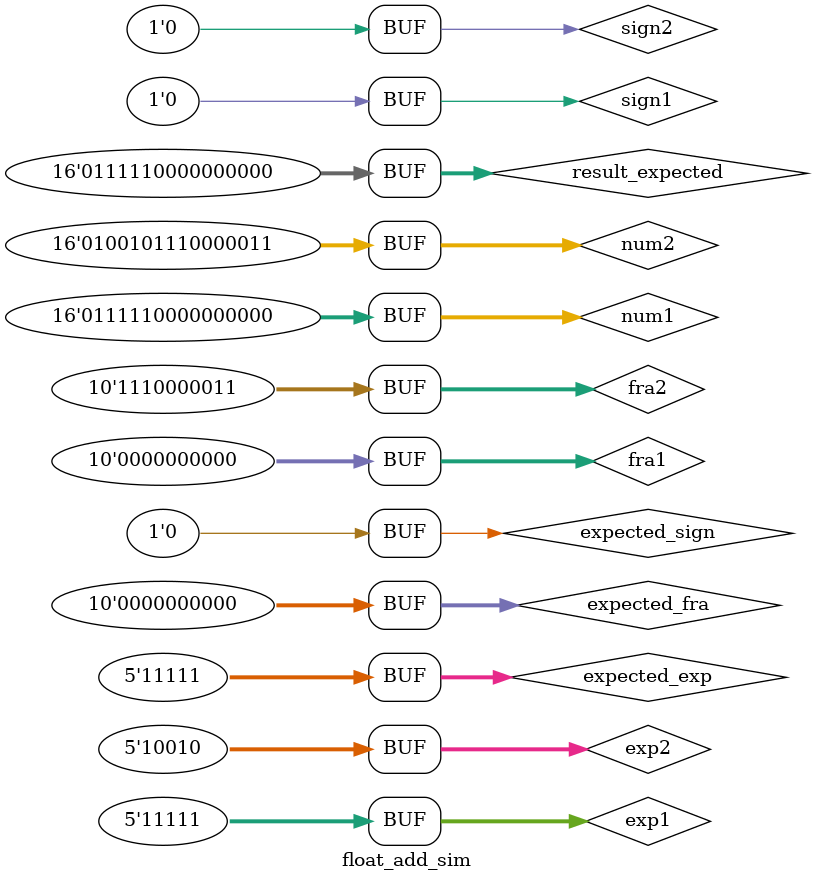
<source format=v>
`timescale 1ns / 1ps

module float_add_sim();
  reg [9:0] fra1, fra2;
  reg sign1, sign2;
  reg [4:0] exp1, exp2;
  wire [15:0] result, num1, num2;
  wire overflow, zero;
  wire [9:0] res_fra, expected_fra;
  wire res_sign, nan, precisionLost, expected_sign;
  wire [4:0] res_exp, expected_exp;

  assign {res_sign, res_exp, res_fra} = result;
  assign num1 = {sign1, exp1, fra1};
  assign num2 = {sign2, exp2, fra2};

  float_adder uut(num1, num2, result, overflow, zero, nan, precisionLost);

  wire correct;
  reg [15:0] result_expected;

  assign correct = (result_expected == result);
  assign {expected_sign,expected_exp,expected_fra} = result_expected;

  initial
    begin
      //Bug
      {sign1, exp1, fra1} = 16'hc0b0;
      {sign2, exp2, fra2} = 16'h1cc0;
      result_expected = 16'hc0ae;
      #100
      {sign1, exp1, fra1} = 16'h00e0;
      {sign2, exp2, fra2} = 16'h5060;
      result_expected = 16'h5060;
      #100
      {sign1, exp1, fra1} = 16'h29a8;
      {sign2, exp2, fra2} = 16'he1f9;
      result_expected = 16'he1f9;
      #100
      {sign1, exp1, fra1} = 16'h54a5;
      {sign2, exp2, fra2} = 16'h1cc0;
      result_expected = 16'h54a5;
      #100
      {sign1, exp1, fra1} = 16'h00b8;
      {sign2, exp2, fra2} = 16'h0080;
      result_expected = 16'h0138;
      #100
      //Addition with precision lost
      sign1 = 0;
      sign2 = 0;
      exp1 = 21;
      exp2 = 14;
      fra1 = 10'b10100101;
      fra2 = 10'b11001100;
      result_expected = 16'h54ae;
      #100
      //Addition of two numbers with same exp
      sign1 = 0;
      sign2 = 0;
      exp1 = 4;
      exp2 = 4;
      fra1 = 10'b10100000;
      fra2 = 10'b01101100;
      result_expected = 16'h1486;
      #100
      //Addition without precision lost
      sign1 = 0;
      sign2 = 0;
      exp1 = 10;
      exp2 = 12;
      fra1 = 10'b11100000;
      fra2 = 10'b01101001;
      result_expected = 16'h31a1;
      #100
      //Addition diffrent signs without precision lost
      sign1 = 0;
      sign2 = 1;
      exp1 = 5;
      exp2 = 6;
      fra1 = 10'b10101100;
      fra2 = 10'b00101101;
      result_expected = 16'h935c;
      #100
      //Addition diffrent signs without precision lost
      sign1 = 1;
      sign2 = 0;
      exp1 = 13;
      exp2 = 13;
      fra1 = 10'b00001100;
      fra2 = 10'b11101100;
      result_expected = 16'h2b00;
      #100
      //Addition diffrent signs without precision lost
      sign1 = 1;
      sign2 = 0;
      exp1 = 30;
      exp2 = 30;
      fra1 = 10'b10101010;
      fra2 = 10'b10101100;
      result_expected = 16'h5400;
      #100
      //Zero flag
      sign1 = 1;
      sign2 = 0;
      exp1 = 25;
      exp2 = 25;
      fra1 = 10'b10011101;
      fra2 = 10'b10011101;
      result_expected = 16'h8000;
      #100
      //nan flag
      sign1 = 0;
      sign2 = 0;
      exp1 = 5'b10001;
      exp2 = 5'b11111;
      fra1 = 10'b11111111;
      fra2 = 10'b11111111;
      result_expected = 16'h7cff;
      #100
      //Overflow flag
      sign1 = 0;
      sign2 = 0;
      exp1 = 5'b11110;
      exp2 = 5'b11110;
      fra1 = 10'b1111111111;
      fra2 = 10'b1111111111;
      result_expected = 16'h7c00;
      #100
      //Overflow flag
      sign1 = 0;
      sign2 = 0;
      exp1 = 5'b11111;
      exp2 = 5'b10010;
      fra1 = 10'b0000000000;
      fra2 = 10'b1110000011;
      result_expected = 16'h7c00;
    end
    
endmodule

</source>
